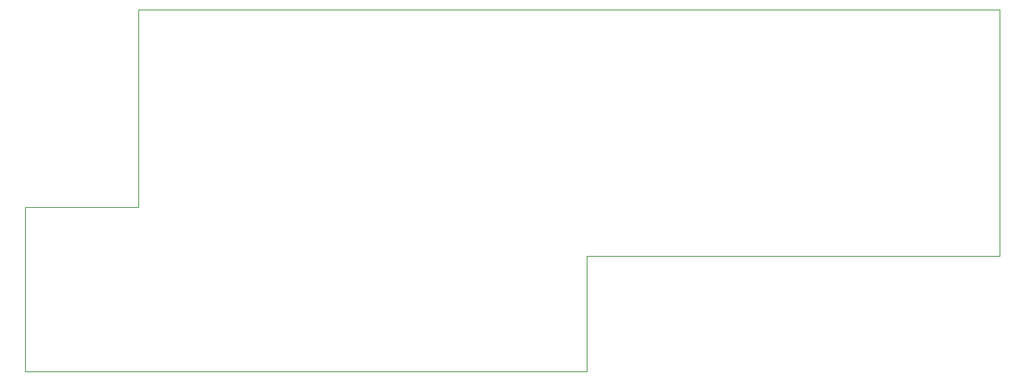
<source format=gbr>
%TF.GenerationSoftware,KiCad,Pcbnew,6.0.2+dfsg-1*%
%TF.CreationDate,2022-09-14T20:22:00+02:00*%
%TF.ProjectId,interface_board,696e7465-7266-4616-9365-5f626f617264,rev?*%
%TF.SameCoordinates,Original*%
%TF.FileFunction,Profile,NP*%
%FSLAX46Y46*%
G04 Gerber Fmt 4.6, Leading zero omitted, Abs format (unit mm)*
G04 Created by KiCad (PCBNEW 6.0.2+dfsg-1) date 2022-09-14 20:22:00*
%MOMM*%
%LPD*%
G01*
G04 APERTURE LIST*
%TA.AperFunction,Profile*%
%ADD10C,0.100000*%
%TD*%
G04 APERTURE END LIST*
D10*
X93215000Y-97409000D02*
X106169000Y-97409000D01*
X157477000Y-116205000D02*
X157477000Y-102997000D01*
X195577000Y-102997000D02*
X204721000Y-102997000D01*
X204721000Y-74803000D02*
X204721000Y-102997000D01*
X157477000Y-116205000D02*
X93215000Y-116205000D01*
X106169000Y-97409000D02*
X106169000Y-74803000D01*
X93215000Y-116205000D02*
X93215000Y-97409000D01*
X106169000Y-74803000D02*
X204721000Y-74803000D01*
X195577000Y-102997000D02*
X195577000Y-102997000D01*
X157477000Y-102997000D02*
X195577000Y-102997000D01*
M02*

</source>
